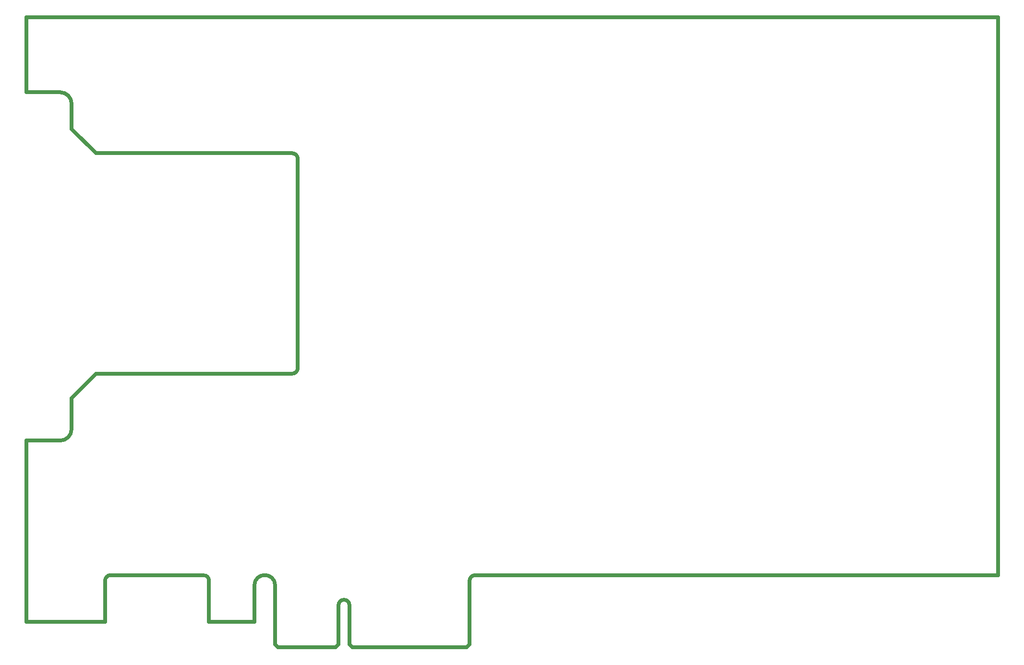
<source format=gm1>
G04*
G04 #@! TF.GenerationSoftware,Altium Limited,Altium Designer,21.6.4 (81)*
G04*
G04 Layer_Color=16711935*
%FSLAX25Y25*%
%MOIN*%
G70*
G04*
G04 #@! TF.SameCoordinates,762028A9-E93F-4B27-8DBA-36A9D8C32B66*
G04*
G04*
G04 #@! TF.FilePolarity,Positive*
G04*
G01*
G75*
%ADD10C,0.02500*%
D10*
X616140Y382479D02*
G03*
X612203Y378542I0J-3937D01*
G01*
X431298D02*
G03*
X427361Y382479I-3937J0D01*
G01*
X362991D02*
G03*
X359054Y378542I0J-3937D01*
G01*
X488976Y522439D02*
G03*
X492913Y526376I0J3937D01*
G01*
Y671651D02*
G03*
X488976Y675588I-3937J0D01*
G01*
X327952Y475982D02*
G03*
X335826Y483856I0J7874D01*
G01*
Y710037D02*
G03*
X327952Y717911I-7874J0D01*
G01*
X477164Y375294D02*
G03*
X462794Y375294I-7185J0D01*
G01*
X528739Y361613D02*
G03*
X521258Y361613I-3740J0D01*
G01*
X335826Y483856D02*
Y505510D01*
X352755Y522439D01*
X488976D01*
X352755Y675588D02*
X488976D01*
X616140Y382479D02*
X979040D01*
X612203Y334250D02*
Y378542D01*
X431298Y349998D02*
Y378542D01*
X362991Y382479D02*
X427361D01*
X359054Y349998D02*
Y378542D01*
X492913Y526376D02*
Y671651D01*
X335826Y692518D02*
X352755Y675588D01*
X335826Y692518D02*
Y710037D01*
X304330Y717911D02*
Y769880D01*
X979133D01*
X304330Y349998D02*
Y475982D01*
X327952D01*
X304330Y717911D02*
X327952D01*
X521258Y334250D02*
Y361613D01*
X431298Y349998D02*
X462794D01*
Y375294D01*
X477164Y334250D02*
Y375294D01*
Y334250D02*
X479133Y332282D01*
X519290D01*
X521258Y334250D01*
X528739D02*
Y361613D01*
Y334250D02*
X530708Y332282D01*
X530708Y332282D02*
X610235D01*
X612204Y334250D01*
X979133Y382479D02*
Y769880D01*
X304330Y349998D02*
X359054D01*
M02*

</source>
